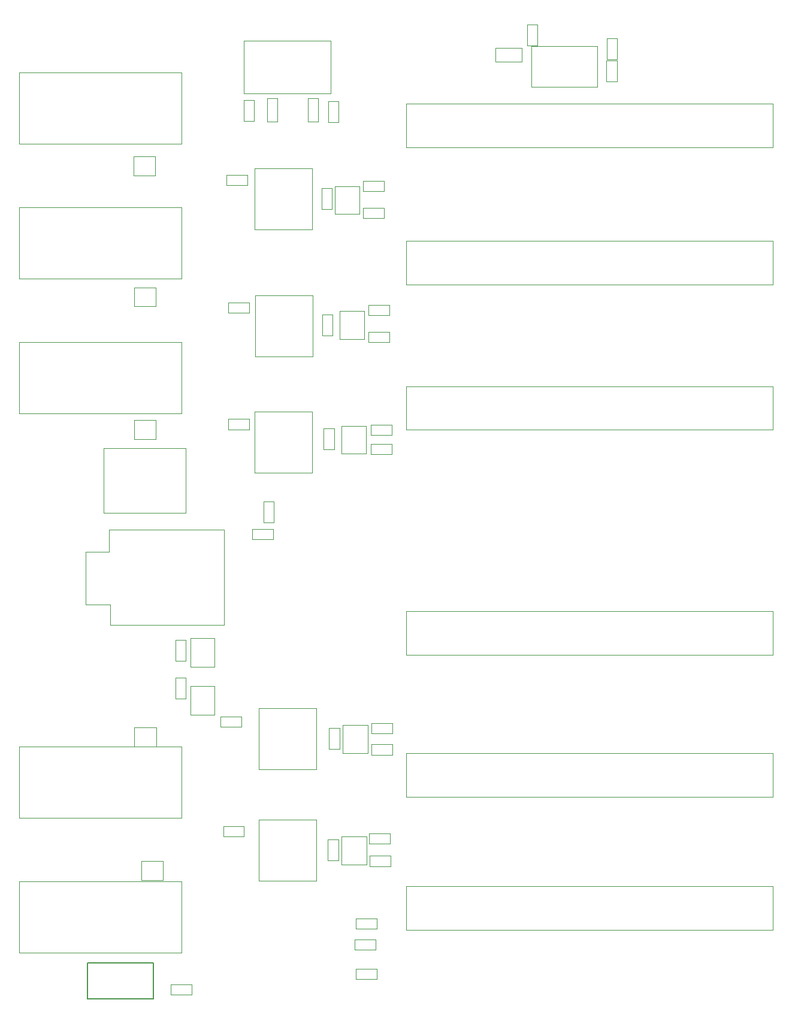
<source format=gbr>
%TF.GenerationSoftware,KiCad,Pcbnew,7.0.10-7.0.10~ubuntu22.04.1*%
%TF.CreationDate,2024-03-14T13:40:30-04:00*%
%TF.ProjectId,dioBreakOutBoard,64696f42-7265-4616-9b4f-7574426f6172,rev?*%
%TF.SameCoordinates,Original*%
%TF.FileFunction,Other,User*%
%FSLAX46Y46*%
G04 Gerber Fmt 4.6, Leading zero omitted, Abs format (unit mm)*
G04 Created by KiCad (PCBNEW 7.0.10-7.0.10~ubuntu22.04.1) date 2024-03-14 13:40:30*
%MOMM*%
%LPD*%
G01*
G04 APERTURE LIST*
%ADD10C,0.050000*%
%ADD11C,0.100000*%
%ADD12C,0.152400*%
G04 APERTURE END LIST*
D10*
%TO.C,D12*%
X163949826Y-134657200D02*
X160449826Y-134657200D01*
X160449826Y-134657200D02*
X160449826Y-138607200D01*
X163949826Y-138607200D02*
X163949826Y-134657200D01*
X160449826Y-138607200D02*
X163949826Y-138607200D01*
%TO.C,R21*%
X164340026Y-134232400D02*
X164340026Y-135692400D01*
X164340026Y-135692400D02*
X167300026Y-135692400D01*
X167300026Y-134232400D02*
X164340026Y-134232400D01*
X167300026Y-135692400D02*
X167300026Y-134232400D01*
%TO.C,TR3*%
X148150000Y-74640000D02*
X148150000Y-83280000D01*
X156270000Y-74640000D02*
X148150000Y-74640000D01*
X156270000Y-74640000D02*
X156270000Y-83280000D01*
X156270000Y-83280000D02*
X148150000Y-83280000D01*
%TO.C,R24*%
X149384000Y-90317000D02*
X150844000Y-90317000D01*
X150844000Y-90317000D02*
X150844000Y-87357000D01*
X149384000Y-87357000D02*
X149384000Y-90317000D01*
X150844000Y-87357000D02*
X149384000Y-87357000D01*
%TO.C,Q1*%
X142500000Y-113412500D02*
X142500000Y-117512500D01*
X139100000Y-113412500D02*
X142500000Y-113412500D01*
X142500000Y-117512500D02*
X139100000Y-117512500D01*
X139100000Y-117512500D02*
X139100000Y-113412500D01*
%TO.C,R1*%
X139280000Y-157030000D02*
X139280000Y-155570000D01*
X139280000Y-155570000D02*
X136320000Y-155570000D01*
X136320000Y-157030000D02*
X139280000Y-157030000D01*
X136320000Y-155570000D02*
X136320000Y-157030000D01*
%TO.C,TR5*%
X148150000Y-40220000D02*
X148150000Y-48860000D01*
X156270000Y-40220000D02*
X148150000Y-40220000D01*
X156270000Y-40220000D02*
X156270000Y-48860000D01*
X156270000Y-48860000D02*
X148150000Y-48860000D01*
%TO.C,R9*%
X160120026Y-119322400D02*
X158660026Y-119322400D01*
X158660026Y-119322400D02*
X158660026Y-122282400D01*
X160120026Y-122282400D02*
X160120026Y-119322400D01*
X158660026Y-122282400D02*
X160120026Y-122282400D01*
%TO.C,J6*%
X221398400Y-141710000D02*
X221398400Y-147860000D01*
X169548400Y-141710000D02*
X221398400Y-141710000D01*
X221398400Y-147860000D02*
X169548400Y-147860000D01*
X169548400Y-147860000D02*
X169548400Y-141710000D01*
%TO.C,R8*%
X136955000Y-109855000D02*
X138415000Y-109855000D01*
X138415000Y-109855000D02*
X138415000Y-106895000D01*
X136955000Y-106895000D02*
X136955000Y-109855000D01*
X138415000Y-106895000D02*
X136955000Y-106895000D01*
%TO.C,D13*%
X162950000Y-42775000D02*
X159450000Y-42775000D01*
X159450000Y-42775000D02*
X159450000Y-46725000D01*
X162950000Y-46725000D02*
X162950000Y-42775000D01*
X159450000Y-46725000D02*
X162950000Y-46725000D01*
D11*
%TO.C,D5*%
X131100000Y-57070000D02*
X131100000Y-59770000D01*
X131100000Y-59770000D02*
X134200000Y-59770000D01*
X134200000Y-57070000D02*
X131100000Y-57070000D01*
X134200000Y-59770000D02*
X134200000Y-57070000D01*
D10*
%TO.C,C3*%
X143320000Y-117750000D02*
X143320000Y-119210000D01*
X143320000Y-119210000D02*
X146280000Y-119210000D01*
X146280000Y-117750000D02*
X143320000Y-117750000D01*
X146280000Y-119210000D02*
X146280000Y-117750000D01*
%TO.C,R18*%
X164660000Y-121660000D02*
X164660000Y-123120000D01*
X164660000Y-123120000D02*
X167620000Y-123120000D01*
X167620000Y-121660000D02*
X164660000Y-121660000D01*
X167620000Y-123120000D02*
X167620000Y-121660000D01*
%TO.C,R16*%
X164245000Y-63390000D02*
X164245000Y-64850000D01*
X164245000Y-64850000D02*
X167205000Y-64850000D01*
X167205000Y-63390000D02*
X164245000Y-63390000D01*
X167205000Y-64850000D02*
X167205000Y-63390000D01*
%TO.C,D10*%
X164110000Y-118955000D02*
X160610000Y-118955000D01*
X160610000Y-118955000D02*
X160610000Y-122905000D01*
X164110000Y-122905000D02*
X164110000Y-118955000D01*
X160610000Y-122905000D02*
X164110000Y-122905000D01*
%TO.C,C10*%
X162416402Y-146281600D02*
X162416402Y-147741600D01*
X162416402Y-147741600D02*
X165376402Y-147741600D01*
X165376402Y-146281600D02*
X162416402Y-146281600D01*
X165376402Y-147741600D02*
X165376402Y-146281600D01*
D11*
%TO.C,J12*%
X137817200Y-74850000D02*
X137817200Y-64850000D01*
X137817200Y-64850000D02*
X114867200Y-64850000D01*
X114867200Y-74850000D02*
X137817200Y-74850000D01*
X114867200Y-64850000D02*
X114867200Y-74850000D01*
D10*
%TO.C,R13*%
X159040000Y-43070000D02*
X157580000Y-43070000D01*
X157580000Y-43070000D02*
X157580000Y-46030000D01*
X159040000Y-46030000D02*
X159040000Y-43070000D01*
X157580000Y-46030000D02*
X159040000Y-46030000D01*
%TO.C,D9*%
X163670000Y-60445000D02*
X160170000Y-60445000D01*
X160170000Y-60445000D02*
X160170000Y-64395000D01*
X163670000Y-64395000D02*
X163670000Y-60445000D01*
X160170000Y-64395000D02*
X163670000Y-64395000D01*
D12*
%TO.C,D2*%
X133795050Y-152537300D02*
X133795050Y-157642700D01*
X124549449Y-152537300D02*
X133795050Y-152537300D01*
X133795050Y-157642700D02*
X124549449Y-157642700D01*
X124549449Y-157642700D02*
X124549449Y-152537300D01*
D10*
%TO.C,R10*%
X159130000Y-60925000D02*
X157670000Y-60925000D01*
X157670000Y-60925000D02*
X157670000Y-63885000D01*
X159130000Y-63885000D02*
X159130000Y-60925000D01*
X157670000Y-63885000D02*
X159130000Y-63885000D01*
%TO.C,TR2*%
X148700026Y-116582400D02*
X148700026Y-125222400D01*
X156820026Y-116582400D02*
X148700026Y-116582400D01*
X156820026Y-116582400D02*
X156820026Y-125222400D01*
X156820026Y-125222400D02*
X148700026Y-125222400D01*
D11*
%TO.C,J11*%
X137817200Y-55800000D02*
X137817200Y-45800000D01*
X137817200Y-45800000D02*
X114867200Y-45800000D01*
X114867200Y-55800000D02*
X137817200Y-55800000D01*
X114867200Y-45800000D02*
X114867200Y-55800000D01*
D10*
%TO.C,C5*%
X144379200Y-59214000D02*
X144379200Y-60674000D01*
X144379200Y-60674000D02*
X147339200Y-60674000D01*
X147339200Y-59214000D02*
X144379200Y-59214000D01*
X147339200Y-60674000D02*
X147339200Y-59214000D01*
D11*
%TO.C,J9*%
X137817200Y-132000000D02*
X137817200Y-122000000D01*
X137817200Y-122000000D02*
X114867200Y-122000000D01*
X114867200Y-132000000D02*
X137817200Y-132000000D01*
X114867200Y-122000000D02*
X114867200Y-132000000D01*
D10*
%TO.C,J7*%
X221398400Y-122914000D02*
X221398400Y-129064000D01*
X169548400Y-122914000D02*
X221398400Y-122914000D01*
X221398400Y-129064000D02*
X169548400Y-129064000D01*
X169548400Y-129064000D02*
X169548400Y-122914000D01*
D11*
%TO.C,J13*%
X137817200Y-36750000D02*
X137817200Y-26750000D01*
X137817200Y-26750000D02*
X114867200Y-26750000D01*
X114867200Y-36750000D02*
X137817200Y-36750000D01*
X114867200Y-26750000D02*
X114867200Y-36750000D01*
D10*
%TO.C,D3*%
X159980000Y-30757500D02*
X158520000Y-30757500D01*
X158520000Y-30757500D02*
X158520000Y-33717500D01*
X159980000Y-33717500D02*
X159980000Y-30757500D01*
X158520000Y-33717500D02*
X159980000Y-33717500D01*
%TO.C,C6*%
X144390000Y-75690000D02*
X144390000Y-77150000D01*
X144390000Y-77150000D02*
X147350000Y-77150000D01*
X147350000Y-75690000D02*
X144390000Y-75690000D01*
X147350000Y-77150000D02*
X147350000Y-75690000D01*
%TO.C,J4*%
X221398400Y-50544400D02*
X221398400Y-56694400D01*
X169548400Y-50544400D02*
X221398400Y-50544400D01*
X221398400Y-56694400D02*
X169548400Y-56694400D01*
X169548400Y-56694400D02*
X169548400Y-50544400D01*
%TO.C,R14*%
X164390026Y-137412400D02*
X164390026Y-138872400D01*
X164390026Y-138872400D02*
X167350026Y-138872400D01*
X167350026Y-137412400D02*
X164390026Y-137412400D01*
X167350026Y-138872400D02*
X167350026Y-137412400D01*
%TO.C,R23*%
X163495000Y-45840000D02*
X163495000Y-47300000D01*
X163495000Y-47300000D02*
X166455000Y-47300000D01*
X166455000Y-45840000D02*
X163495000Y-45840000D01*
X166455000Y-47300000D02*
X166455000Y-45840000D01*
%TO.C,J3*%
X221398400Y-71047200D02*
X221398400Y-77197200D01*
X169548400Y-71047200D02*
X221398400Y-71047200D01*
X221398400Y-77197200D02*
X169548400Y-77197200D01*
X169548400Y-77197200D02*
X169548400Y-71047200D01*
%TO.C,C4*%
X143690000Y-133230000D02*
X143690000Y-134690000D01*
X143690000Y-134690000D02*
X146650000Y-134690000D01*
X146650000Y-133230000D02*
X143690000Y-133230000D01*
X146650000Y-134690000D02*
X146650000Y-133230000D01*
%TO.C,J5*%
X221398400Y-31143800D02*
X221398400Y-37293800D01*
X169548400Y-31143800D02*
X221398400Y-31143800D01*
X221398400Y-37293800D02*
X169548400Y-37293800D01*
X169548400Y-37293800D02*
X169548400Y-31143800D01*
%TO.C,R4*%
X199330000Y-25045000D02*
X197870000Y-25045000D01*
X197870000Y-25045000D02*
X197870000Y-28005000D01*
X199330000Y-28005000D02*
X199330000Y-25045000D01*
X197870000Y-28005000D02*
X199330000Y-28005000D01*
%TO.C,R12*%
X159958026Y-135122400D02*
X158498026Y-135122400D01*
X158498026Y-135122400D02*
X158498026Y-138082400D01*
X159958026Y-138082400D02*
X159958026Y-135122400D01*
X158498026Y-138082400D02*
X159958026Y-138082400D01*
%TO.C,C7*%
X144125200Y-41180000D02*
X144125200Y-42640000D01*
X144125200Y-42640000D02*
X147085200Y-42640000D01*
X147085200Y-41180000D02*
X144125200Y-41180000D01*
X147085200Y-42640000D02*
X147085200Y-41180000D01*
%TO.C,TR1*%
X148190000Y-58180000D02*
X148190000Y-66820000D01*
X156310000Y-58180000D02*
X148190000Y-58180000D01*
X156310000Y-58180000D02*
X156310000Y-66820000D01*
X156310000Y-66820000D02*
X148190000Y-66820000D01*
%TO.C,R19*%
X164560000Y-76510000D02*
X164560000Y-77970000D01*
X164560000Y-77970000D02*
X167520000Y-77970000D01*
X167520000Y-76510000D02*
X164560000Y-76510000D01*
X167520000Y-77970000D02*
X167520000Y-76510000D01*
%TO.C,J8*%
X221398400Y-102848000D02*
X221398400Y-108998000D01*
X169548400Y-102848000D02*
X221398400Y-102848000D01*
X221398400Y-108998000D02*
X169548400Y-108998000D01*
X169548400Y-108998000D02*
X169548400Y-102848000D01*
%TO.C,R7*%
X138415000Y-112195000D02*
X136955000Y-112195000D01*
X136955000Y-112195000D02*
X136955000Y-115155000D01*
X138415000Y-115155000D02*
X138415000Y-112195000D01*
X136955000Y-115155000D02*
X138415000Y-115155000D01*
%TO.C,TR4*%
X148700000Y-132320000D02*
X148700000Y-140960000D01*
X156820000Y-132320000D02*
X148700000Y-132320000D01*
X156820000Y-132320000D02*
X156820000Y-140960000D01*
X156820000Y-140960000D02*
X148700000Y-140960000D01*
%TO.C,D1*%
X148040000Y-30620000D02*
X146580000Y-30620000D01*
X146580000Y-30620000D02*
X146580000Y-33580000D01*
X148040000Y-33580000D02*
X148040000Y-30620000D01*
X146580000Y-33580000D02*
X148040000Y-33580000D01*
%TO.C,R5*%
X197910000Y-24825000D02*
X199370000Y-24825000D01*
X199370000Y-24825000D02*
X199370000Y-21865000D01*
X197910000Y-21865000D02*
X197910000Y-24825000D01*
X199370000Y-21865000D02*
X197910000Y-21865000D01*
D11*
%TO.C,SW2*%
X126800000Y-88920000D02*
X138430000Y-88920000D01*
X138430000Y-88920000D02*
X138430000Y-79815000D01*
X138430000Y-79815000D02*
X126800000Y-79815000D01*
X126800000Y-79815000D02*
X126800000Y-88920000D01*
D10*
%TO.C,IC1*%
X196590000Y-28730000D02*
X187290000Y-28730000D01*
X196590000Y-23010000D02*
X196590000Y-28730000D01*
X187290000Y-28730000D02*
X187290000Y-23010000D01*
X187290000Y-23010000D02*
X196590000Y-23010000D01*
D11*
%TO.C,D14*%
X131000000Y-38550000D02*
X131000000Y-41250000D01*
X131000000Y-41250000D02*
X134100000Y-41250000D01*
X134100000Y-38550000D02*
X131000000Y-38550000D01*
X134100000Y-41250000D02*
X134100000Y-38550000D01*
D10*
%TO.C,J1*%
X158890000Y-29640000D02*
X146590000Y-29640000D01*
X158890000Y-22240000D02*
X158890000Y-29640000D01*
X146590000Y-29640000D02*
X146590000Y-22240000D01*
X146590000Y-22240000D02*
X158890000Y-22240000D01*
D11*
%TO.C,D6*%
X131150000Y-119250000D02*
X131150000Y-121950000D01*
X131150000Y-121950000D02*
X134250000Y-121950000D01*
X134250000Y-119250000D02*
X131150000Y-119250000D01*
X134250000Y-121950000D02*
X134250000Y-119250000D01*
%TO.C,D8*%
X132100000Y-138150000D02*
X132100000Y-140850000D01*
X132100000Y-140850000D02*
X135200000Y-140850000D01*
X135200000Y-138150000D02*
X132100000Y-138150000D01*
X135200000Y-140850000D02*
X135200000Y-138150000D01*
D10*
%TO.C,R11*%
X159359200Y-76999600D02*
X157899200Y-76999600D01*
X157899200Y-76999600D02*
X157899200Y-79959600D01*
X159359200Y-79959600D02*
X159359200Y-76999600D01*
X157899200Y-79959600D02*
X159359200Y-79959600D01*
%TO.C,C9*%
X162285002Y-149200000D02*
X162285002Y-150660000D01*
X162285002Y-150660000D02*
X165245002Y-150660000D01*
X165245002Y-149200000D02*
X162285002Y-149200000D01*
X165245002Y-150660000D02*
X165245002Y-149200000D01*
%TO.C,C2*%
X182137500Y-23210000D02*
X182137500Y-25170000D01*
X182137500Y-25170000D02*
X185897500Y-25170000D01*
X185897500Y-23210000D02*
X182137500Y-23210000D01*
X185897500Y-25170000D02*
X185897500Y-23210000D01*
D11*
%TO.C,J10*%
X137817200Y-151050000D02*
X137817200Y-141050000D01*
X137817200Y-141050000D02*
X114867200Y-141050000D01*
X114867200Y-151050000D02*
X137817200Y-151050000D01*
X114867200Y-141050000D02*
X114867200Y-151050000D01*
D10*
%TO.C,SW1*%
X143840000Y-104805000D02*
X143840000Y-91315000D01*
X143840000Y-91315000D02*
X127550000Y-91325000D01*
X127750000Y-104805000D02*
X143840000Y-104805000D01*
X127750000Y-101875000D02*
X127750000Y-104805000D01*
X127550000Y-94425000D02*
X124240000Y-94425000D01*
X127550000Y-91325000D02*
X127550000Y-94425000D01*
X124240000Y-101875000D02*
X127750000Y-101875000D01*
X124240000Y-94425000D02*
X124240000Y-101875000D01*
D11*
%TO.C,D7*%
X131100000Y-75825000D02*
X131100000Y-78525000D01*
X131100000Y-78525000D02*
X134200000Y-78525000D01*
X134200000Y-75825000D02*
X131100000Y-75825000D01*
X134200000Y-78525000D02*
X134200000Y-75825000D01*
D10*
%TO.C,Q2*%
X142480000Y-106612500D02*
X142480000Y-110712500D01*
X139080000Y-106612500D02*
X142480000Y-106612500D01*
X142480000Y-110712500D02*
X139080000Y-110712500D01*
X139080000Y-110712500D02*
X139080000Y-106612500D01*
%TO.C,R6*%
X150735000Y-92680000D02*
X150735000Y-91220000D01*
X150735000Y-91220000D02*
X147775000Y-91220000D01*
X147775000Y-92680000D02*
X150735000Y-92680000D01*
X147775000Y-91220000D02*
X147775000Y-92680000D01*
%TO.C,D11*%
X163880000Y-76645000D02*
X160380000Y-76645000D01*
X160380000Y-76645000D02*
X160380000Y-80595000D01*
X163880000Y-80595000D02*
X163880000Y-76645000D01*
X160380000Y-80595000D02*
X163880000Y-80595000D01*
%TO.C,R2*%
X157130000Y-30367500D02*
X155670000Y-30367500D01*
X155670000Y-30367500D02*
X155670000Y-33667500D01*
X157130000Y-33667500D02*
X157130000Y-30367500D01*
X155670000Y-33667500D02*
X157130000Y-33667500D01*
%TO.C,R20*%
X164555000Y-79170000D02*
X164555000Y-80630000D01*
X164555000Y-80630000D02*
X167515000Y-80630000D01*
X167515000Y-79170000D02*
X164555000Y-79170000D01*
X167515000Y-80630000D02*
X167515000Y-79170000D01*
%TO.C,C1*%
X188130000Y-19910000D02*
X186670000Y-19910000D01*
X186670000Y-19910000D02*
X186670000Y-22870000D01*
X188130000Y-22870000D02*
X188130000Y-19910000D01*
X186670000Y-22870000D02*
X188130000Y-22870000D01*
%TO.C,R17*%
X164640000Y-118650000D02*
X164640000Y-120110000D01*
X164640000Y-120110000D02*
X167600000Y-120110000D01*
X167600000Y-118650000D02*
X164640000Y-118650000D01*
X167600000Y-120110000D02*
X167600000Y-118650000D01*
%TO.C,R15*%
X164207500Y-59530000D02*
X164207500Y-60990000D01*
X164207500Y-60990000D02*
X167167500Y-60990000D01*
X167167500Y-59530000D02*
X164207500Y-59530000D01*
X167167500Y-60990000D02*
X167167500Y-59530000D01*
%TO.C,R22*%
X163485000Y-42060000D02*
X163485000Y-43520000D01*
X163485000Y-43520000D02*
X166445000Y-43520000D01*
X166445000Y-42060000D02*
X163485000Y-42060000D01*
X166445000Y-43520000D02*
X166445000Y-42060000D01*
%TO.C,R3*%
X151370000Y-30340000D02*
X149910000Y-30340000D01*
X149910000Y-30340000D02*
X149910000Y-33640000D01*
X151370000Y-33640000D02*
X151370000Y-30340000D01*
X149910000Y-33640000D02*
X151370000Y-33640000D01*
%TO.C,C8*%
X165410000Y-154840000D02*
X165410000Y-153380000D01*
X165410000Y-153380000D02*
X162450000Y-153380000D01*
X162450000Y-154840000D02*
X165410000Y-154840000D01*
X162450000Y-153380000D02*
X162450000Y-154840000D01*
%TD*%
M02*

</source>
